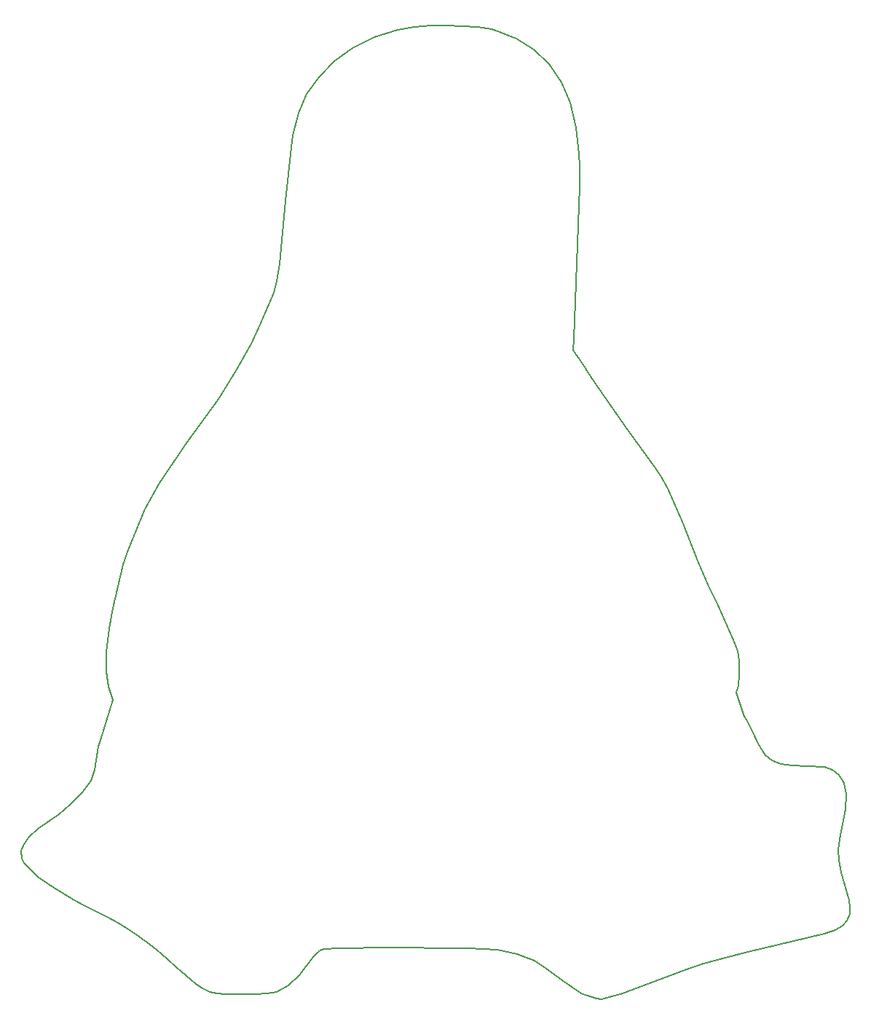
<source format=gbr>
G04 #@! TF.GenerationSoftware,KiCad,Pcbnew,(2018-02-05 revision d1a45d147)-makepkg*
G04 #@! TF.CreationDate,2019-11-12T11:54:18-08:00*
G04 #@! TF.ProjectId,lichen-badge,6C696368656E2D62616467652E6B6963,rev?*
G04 #@! TF.SameCoordinates,Original*
G04 #@! TF.FileFunction,Profile,NP*
%FSLAX46Y46*%
G04 Gerber Fmt 4.6, Leading zero omitted, Abs format (unit mm)*
G04 Created by KiCad (PCBNEW (2018-02-05 revision d1a45d147)-makepkg) date 11/12/19 11:54:18*
%MOMM*%
%LPD*%
G01*
G04 APERTURE LIST*
%ADD10C,0.150000*%
G04 APERTURE END LIST*
D10*
X118313200Y-173583600D02*
X117703600Y-173532800D01*
X119842004Y-173168459D02*
X118313200Y-173583600D01*
X120489704Y-172983039D02*
X119842004Y-173168459D01*
X128196064Y-170163639D02*
X120489704Y-172983039D01*
X130159484Y-169490539D02*
X128196064Y-170163639D01*
X132646144Y-168756479D02*
X130159484Y-169490539D01*
X135267424Y-168096079D02*
X132646144Y-168756479D01*
X144226004Y-165990419D02*
X135267424Y-168096079D01*
X145470604Y-165543379D02*
X144226004Y-165990419D01*
X146288484Y-165035379D02*
X145470604Y-165543379D01*
X146842204Y-164474039D02*
X146288484Y-165035379D01*
X147141924Y-163722199D02*
X146842204Y-164474039D01*
X147169864Y-162909399D02*
X147141924Y-163722199D01*
X147068264Y-162066119D02*
X147169864Y-162909399D01*
X146164024Y-158906359D02*
X147068264Y-162066119D01*
X145897324Y-157422999D02*
X146164024Y-158906359D01*
X145823664Y-156277459D02*
X145897324Y-157422999D01*
X145950664Y-155002379D02*
X145823664Y-156277459D01*
X146661864Y-151512419D02*
X145950664Y-155002379D01*
X146699964Y-149853799D02*
X146661864Y-151512419D01*
X146491684Y-148461879D02*
X146699964Y-149853799D01*
X145902404Y-147532239D02*
X146491684Y-148461879D01*
X145115004Y-146932799D02*
X145902404Y-147532239D01*
X144200604Y-146607679D02*
X145115004Y-146932799D01*
X142130504Y-146483219D02*
X144200604Y-146607679D01*
X140489664Y-146445119D02*
X142130504Y-146483219D01*
X139143464Y-146246999D02*
X140489664Y-146445119D01*
X138089364Y-145855839D02*
X139143464Y-146246999D01*
X137340064Y-145220839D02*
X138089364Y-145855839D01*
X137007324Y-144728079D02*
X137340064Y-145220839D01*
X136486624Y-143902579D02*
X137007324Y-144728079D01*
X135879564Y-142602099D02*
X136486624Y-143902579D01*
X135120104Y-141100959D02*
X135879564Y-142602099D01*
X134840704Y-140747899D02*
X135120104Y-141100959D01*
X133972024Y-137946279D02*
X134840704Y-140747899D01*
X134172684Y-137108079D02*
X133972024Y-137946279D01*
X134281904Y-136043819D02*
X134172684Y-137108079D01*
X134274284Y-134270899D02*
X134281904Y-136043819D01*
X134104104Y-133148219D02*
X134274284Y-134270899D01*
X133707864Y-132022999D02*
X134104104Y-133148219D01*
X131741904Y-127669439D02*
X133707864Y-132022999D01*
X130771624Y-125579019D02*
X131741904Y-127669439D01*
X129473684Y-122647859D02*
X130771624Y-125579019D01*
X127741404Y-118362879D02*
X129473684Y-122647859D01*
X126938764Y-116361359D02*
X127741404Y-118362879D01*
X125950704Y-114245539D02*
X126938764Y-116361359D01*
X125104884Y-112769799D02*
X125950704Y-114245539D01*
X124358124Y-111614099D02*
X125104884Y-112769799D01*
X121282184Y-107329119D02*
X124358124Y-111614099D01*
X118709164Y-103663899D02*
X121282184Y-107329119D01*
X117197864Y-101454099D02*
X118709164Y-103663899D01*
X115960884Y-99620219D02*
X117197864Y-101454099D01*
X114970284Y-98172419D02*
X115960884Y-99620219D01*
X115033784Y-96828759D02*
X114970284Y-98172419D01*
X115229364Y-92500599D02*
X115033784Y-96828759D01*
X115714504Y-79150359D02*
X115229364Y-92500599D01*
X115717044Y-76650999D02*
X115714504Y-79150359D01*
X115691644Y-75365759D02*
X115717044Y-76650999D01*
X115346204Y-72244099D02*
X115691644Y-75365759D01*
X114624844Y-69399299D02*
X115346204Y-72244099D01*
X113611384Y-67037099D02*
X114624844Y-69399299D01*
X112161044Y-64870479D02*
X113611384Y-67037099D01*
X110403364Y-63181379D02*
X112161044Y-64870479D01*
X108391684Y-61911379D02*
X110403364Y-63181379D01*
X105986304Y-60976659D02*
X108391684Y-61911379D01*
X105506244Y-60852199D02*
X105986304Y-60976659D01*
X103873024Y-60570259D02*
X105506244Y-60852199D01*
X100258604Y-60379759D02*
X103873024Y-60570259D01*
X98490764Y-60435639D02*
X100258604Y-60379759D01*
X96555284Y-60582959D02*
X98490764Y-60435639D01*
X94563924Y-60930939D02*
X96555284Y-60582959D01*
X91884224Y-61809779D02*
X94563924Y-60930939D01*
X89369624Y-63061999D02*
X91884224Y-61809779D01*
X87243644Y-64580919D02*
X89369624Y-63061999D01*
X85397064Y-66450359D02*
X87243644Y-64580919D01*
X84035624Y-68403619D02*
X85397064Y-66450359D01*
X83034864Y-70588019D02*
X84035624Y-68403619D01*
X82392244Y-73194059D02*
X83034864Y-70588019D01*
X82194124Y-74585979D02*
X82392244Y-73194059D01*
X81564204Y-80806439D02*
X82194124Y-74585979D01*
X80855544Y-88139419D02*
X81564204Y-80806439D01*
X80555824Y-90107919D02*
X80855544Y-88139419D01*
X80162124Y-91520159D02*
X80555824Y-90107919D01*
X78602564Y-95241259D02*
X80162124Y-91520159D01*
X77538304Y-97372319D02*
X78602564Y-95241259D01*
X75762844Y-100552399D02*
X77538304Y-97372319D01*
X73789264Y-103808679D02*
X75762844Y-100552399D01*
X70118964Y-108883599D02*
X73789264Y-103808679D01*
X66900784Y-113559739D02*
X70118964Y-108883599D01*
X65186284Y-116638219D02*
X66900784Y-113559739D01*
X63260964Y-121405799D02*
X65186284Y-116638219D01*
X62692004Y-123066959D02*
X63260964Y-121405799D01*
X61449944Y-128134259D02*
X62692004Y-123066959D01*
X61071484Y-130519319D02*
X61449944Y-128134259D01*
X60751444Y-133226959D02*
X61071484Y-130519319D01*
X60705724Y-135523119D02*
X60751444Y-133226959D01*
X60985124Y-137255399D02*
X60705724Y-135523119D01*
X61493124Y-138787019D02*
X60985124Y-137255399D01*
X60058024Y-143506339D02*
X61493124Y-138787019D01*
X59941184Y-143734939D02*
X60058024Y-143506339D01*
X59801484Y-144248019D02*
X59941184Y-143734939D01*
X59555104Y-145830439D02*
X59801484Y-144248019D01*
X59331584Y-146965819D02*
X59555104Y-145830439D01*
X58904864Y-148210419D02*
X59331584Y-146965819D01*
X57891404Y-149579479D02*
X58904864Y-148210419D01*
X56456304Y-151012039D02*
X57891404Y-149579479D01*
X55178684Y-152081379D02*
X56456304Y-151012039D01*
X52760604Y-153818739D02*
X55178684Y-152081379D01*
X51724284Y-154733139D02*
X52760604Y-153818739D01*
X51109604Y-155571339D02*
X51724284Y-154733139D01*
X50837824Y-156371439D02*
X51109604Y-155571339D01*
X50911484Y-157245199D02*
X50837824Y-156371439D01*
X51157864Y-157809079D02*
X50911484Y-157245199D01*
X52783464Y-159391499D02*
X51157864Y-157809079D01*
X54322704Y-160529419D02*
X52783464Y-159391499D01*
X56992244Y-162119459D02*
X54322704Y-160529419D01*
X58066664Y-162708739D02*
X56992244Y-162119459D01*
X59450964Y-163386919D02*
X58066664Y-162708739D01*
X60761604Y-164075259D02*
X59450964Y-163386919D01*
X62031604Y-164748359D02*
X60761604Y-164075259D01*
X63664824Y-165779599D02*
X62031604Y-164748359D01*
X64503024Y-166300299D02*
X63664824Y-165779599D01*
X65765404Y-167288359D02*
X64503024Y-166300299D01*
X66545184Y-167877639D02*
X65765404Y-167288359D01*
X67119224Y-168378019D02*
X66545184Y-167877639D01*
X67820264Y-168985079D02*
X67119224Y-168378019D01*
X68861664Y-169886779D02*
X67820264Y-168985079D01*
X71104484Y-171837499D02*
X68861664Y-169886779D01*
X71858864Y-172375979D02*
X71104484Y-171837499D01*
X72742784Y-172769679D02*
X71858864Y-172375979D01*
X73593684Y-172927159D02*
X72742784Y-172769679D01*
X74520784Y-173031299D02*
X73593684Y-172927159D01*
X77990424Y-173031299D02*
X74520784Y-173031299D01*
X79389964Y-172957639D02*
X77990424Y-173031299D01*
X80558364Y-172739199D02*
X79389964Y-172957639D01*
X81858844Y-172022919D02*
X80558364Y-172739199D01*
X83156784Y-170846899D02*
X81858844Y-172022919D01*
X84777304Y-168670119D02*
X83156784Y-170846899D01*
X85351344Y-168098619D02*
X84777304Y-168670119D01*
X85704404Y-167844619D02*
X85351344Y-168098619D01*
X86136204Y-167793819D02*
X85704404Y-167844619D01*
X87667824Y-167715079D02*
X86136204Y-167793819D01*
X90017324Y-167656659D02*
X87667824Y-167715079D01*
X91193344Y-167633799D02*
X90017324Y-167656659D01*
X95592624Y-167628719D02*
X91193344Y-167633799D01*
X99666784Y-167649039D02*
X95592624Y-167628719D01*
X102770664Y-167699839D02*
X99666784Y-167649039D01*
X104584224Y-167765879D02*
X102770664Y-167699839D01*
X106189504Y-167870019D02*
X104584224Y-167765879D01*
X108478044Y-168342459D02*
X106189504Y-167870019D01*
X110454164Y-169119699D02*
X108478044Y-168342459D01*
X112130564Y-170194119D02*
X110454164Y-169119699D01*
X113725684Y-171372679D02*
X112130564Y-170194119D01*
X115628144Y-172746819D02*
X113725684Y-171372679D01*
X116057404Y-172980499D02*
X115628144Y-172746819D01*
X116674624Y-173204019D02*
X116057404Y-172980499D01*
X117195600Y-173380400D02*
X116674624Y-173204019D01*
X117703600Y-173532800D02*
X117195600Y-173380400D01*
M02*

</source>
